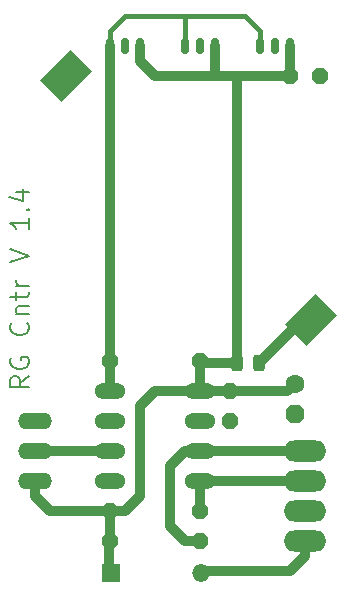
<source format=gbr>
%TF.GenerationSoftware,KiCad,Pcbnew,8.0.6*%
%TF.CreationDate,2025-07-11T22:44:48+02:00*%
%TF.ProjectId,PCF8583 1v4,50434638-3538-4332-9031-76342e6b6963,rev?*%
%TF.SameCoordinates,Original*%
%TF.FileFunction,Copper,L1,Top*%
%TF.FilePolarity,Positive*%
%FSLAX46Y46*%
G04 Gerber Fmt 4.6, Leading zero omitted, Abs format (unit mm)*
G04 Created by KiCad (PCBNEW 8.0.6) date 2025-07-11 22:44:48*
%MOMM*%
%LPD*%
G01*
G04 APERTURE LIST*
G04 Aperture macros list*
%AMRoundRect*
0 Rectangle with rounded corners*
0 $1 Rounding radius*
0 $2 $3 $4 $5 $6 $7 $8 $9 X,Y pos of 4 corners*
0 Add a 4 corners polygon primitive as box body*
4,1,4,$2,$3,$4,$5,$6,$7,$8,$9,$2,$3,0*
0 Add four circle primitives for the rounded corners*
1,1,$1+$1,$2,$3*
1,1,$1+$1,$4,$5*
1,1,$1+$1,$6,$7*
1,1,$1+$1,$8,$9*
0 Add four rect primitives between the rounded corners*
20,1,$1+$1,$2,$3,$4,$5,0*
20,1,$1+$1,$4,$5,$6,$7,0*
20,1,$1+$1,$6,$7,$8,$9,0*
20,1,$1+$1,$8,$9,$2,$3,0*%
%AMRotRect*
0 Rectangle, with rotation*
0 The origin of the aperture is its center*
0 $1 length*
0 $2 width*
0 $3 Rotation angle, in degrees counterclockwise*
0 Add horizontal line*
21,1,$1,$2,0,0,$3*%
%AMOutline5P*
0 Free polygon, 5 corners , with rotation*
0 The origin of the aperture is its center*
0 number of corners: always 5*
0 $1 to $10 corner X, Y*
0 $11 Rotation angle, in degrees counterclockwise*
0 create outline with 5 corners*
4,1,5,$1,$2,$3,$4,$5,$6,$7,$8,$9,$10,$1,$2,$11*%
%AMOutline6P*
0 Free polygon, 6 corners , with rotation*
0 The origin of the aperture is its center*
0 number of corners: always 6*
0 $1 to $12 corner X, Y*
0 $13 Rotation angle, in degrees counterclockwise*
0 create outline with 6 corners*
4,1,6,$1,$2,$3,$4,$5,$6,$7,$8,$9,$10,$11,$12,$1,$2,$13*%
%AMOutline7P*
0 Free polygon, 7 corners , with rotation*
0 The origin of the aperture is its center*
0 number of corners: always 7*
0 $1 to $14 corner X, Y*
0 $15 Rotation angle, in degrees counterclockwise*
0 create outline with 7 corners*
4,1,7,$1,$2,$3,$4,$5,$6,$7,$8,$9,$10,$11,$12,$13,$14,$1,$2,$15*%
%AMOutline8P*
0 Free polygon, 8 corners , with rotation*
0 The origin of the aperture is its center*
0 number of corners: always 8*
0 $1 to $16 corner X, Y*
0 $17 Rotation angle, in degrees counterclockwise*
0 create outline with 8 corners*
4,1,8,$1,$2,$3,$4,$5,$6,$7,$8,$9,$10,$11,$12,$13,$14,$15,$16,$1,$2,$17*%
G04 Aperture macros list end*
%ADD10C,0.142240*%
%TA.AperFunction,NonConductor*%
%ADD11C,0.142240*%
%TD*%
%TA.AperFunction,SMDPad,CuDef*%
%ADD12RotRect,2.600000X3.600000X315.000000*%
%TD*%
%TA.AperFunction,ComponentPad*%
%ADD13R,1.500000X1.500000*%
%TD*%
%TA.AperFunction,ComponentPad*%
%ADD14O,1.500000X1.500000*%
%TD*%
%TA.AperFunction,ComponentPad*%
%ADD15O,0.700000X1.400000*%
%TD*%
%TA.AperFunction,ComponentPad*%
%ADD16Outline8P,-0.660400X0.273547X-0.273547X0.660400X0.273547X0.660400X0.660400X0.273547X0.660400X-0.273547X0.273547X-0.660400X-0.273547X-0.660400X-0.660400X-0.273547X0.000000*%
%TD*%
%TA.AperFunction,ComponentPad*%
%ADD17Outline8P,-0.660400X0.273547X-0.273547X0.660400X0.273547X0.660400X0.660400X0.273547X0.660400X-0.273547X0.273547X-0.660400X-0.273547X-0.660400X-0.660400X-0.273547X180.000000*%
%TD*%
%TA.AperFunction,ComponentPad*%
%ADD18C,1.600200*%
%TD*%
%TA.AperFunction,ComponentPad*%
%ADD19Outline8P,-0.800100X0.331412X-0.331412X0.800100X0.331412X0.800100X0.800100X0.331412X0.800100X-0.331412X0.331412X-0.800100X-0.331412X-0.800100X-0.800100X-0.331412X270.000000*%
%TD*%
%TA.AperFunction,ComponentPad*%
%ADD20Outline8P,-0.660400X0.273547X-0.273547X0.660400X0.273547X0.660400X0.660400X0.273547X0.660400X-0.273547X0.273547X-0.660400X-0.273547X-0.660400X-0.660400X-0.273547X270.000000*%
%TD*%
%TA.AperFunction,ComponentPad*%
%ADD21O,2.641600X1.320800*%
%TD*%
%TA.AperFunction,SMDPad,CuDef*%
%ADD22RoundRect,0.243750X0.243750X0.456250X-0.243750X0.456250X-0.243750X-0.456250X0.243750X-0.456250X0*%
%TD*%
%TA.AperFunction,ComponentPad*%
%ADD23O,3.600000X1.800000*%
%TD*%
%TA.AperFunction,ComponentPad*%
%ADD24O,2.844800X1.422400*%
%TD*%
%TA.AperFunction,ViaPad*%
%ADD25C,0.600000*%
%TD*%
%TA.AperFunction,Conductor*%
%ADD26C,0.812800*%
%TD*%
%TA.AperFunction,Conductor*%
%ADD27C,0.200000*%
%TD*%
%TA.AperFunction,Conductor*%
%ADD28C,0.406400*%
%TD*%
G04 APERTURE END LIST*
D10*
D11*
X136792417Y-111332235D02*
X136013484Y-111877488D01*
X136792417Y-112266955D02*
X135156657Y-112266955D01*
X135156657Y-112266955D02*
X135156657Y-111643808D01*
X135156657Y-111643808D02*
X135234550Y-111488022D01*
X135234550Y-111488022D02*
X135312444Y-111410128D01*
X135312444Y-111410128D02*
X135468230Y-111332235D01*
X135468230Y-111332235D02*
X135701910Y-111332235D01*
X135701910Y-111332235D02*
X135857697Y-111410128D01*
X135857697Y-111410128D02*
X135935590Y-111488022D01*
X135935590Y-111488022D02*
X136013484Y-111643808D01*
X136013484Y-111643808D02*
X136013484Y-112266955D01*
X135234550Y-109774368D02*
X135156657Y-109930155D01*
X135156657Y-109930155D02*
X135156657Y-110163835D01*
X135156657Y-110163835D02*
X135234550Y-110397515D01*
X135234550Y-110397515D02*
X135390337Y-110553302D01*
X135390337Y-110553302D02*
X135546124Y-110631195D01*
X135546124Y-110631195D02*
X135857697Y-110709088D01*
X135857697Y-110709088D02*
X136091377Y-110709088D01*
X136091377Y-110709088D02*
X136402950Y-110631195D01*
X136402950Y-110631195D02*
X136558737Y-110553302D01*
X136558737Y-110553302D02*
X136714524Y-110397515D01*
X136714524Y-110397515D02*
X136792417Y-110163835D01*
X136792417Y-110163835D02*
X136792417Y-110008048D01*
X136792417Y-110008048D02*
X136714524Y-109774368D01*
X136714524Y-109774368D02*
X136636630Y-109696475D01*
X136636630Y-109696475D02*
X136091377Y-109696475D01*
X136091377Y-109696475D02*
X136091377Y-110008048D01*
X136636630Y-106814422D02*
X136714524Y-106892315D01*
X136714524Y-106892315D02*
X136792417Y-107125995D01*
X136792417Y-107125995D02*
X136792417Y-107281782D01*
X136792417Y-107281782D02*
X136714524Y-107515462D01*
X136714524Y-107515462D02*
X136558737Y-107671249D01*
X136558737Y-107671249D02*
X136402950Y-107749142D01*
X136402950Y-107749142D02*
X136091377Y-107827035D01*
X136091377Y-107827035D02*
X135857697Y-107827035D01*
X135857697Y-107827035D02*
X135546124Y-107749142D01*
X135546124Y-107749142D02*
X135390337Y-107671249D01*
X135390337Y-107671249D02*
X135234550Y-107515462D01*
X135234550Y-107515462D02*
X135156657Y-107281782D01*
X135156657Y-107281782D02*
X135156657Y-107125995D01*
X135156657Y-107125995D02*
X135234550Y-106892315D01*
X135234550Y-106892315D02*
X135312444Y-106814422D01*
X135701910Y-106113382D02*
X136792417Y-106113382D01*
X135857697Y-106113382D02*
X135779804Y-106035489D01*
X135779804Y-106035489D02*
X135701910Y-105879702D01*
X135701910Y-105879702D02*
X135701910Y-105646022D01*
X135701910Y-105646022D02*
X135779804Y-105490235D01*
X135779804Y-105490235D02*
X135935590Y-105412342D01*
X135935590Y-105412342D02*
X136792417Y-105412342D01*
X135701910Y-104867089D02*
X135701910Y-104243942D01*
X135156657Y-104633409D02*
X136558737Y-104633409D01*
X136558737Y-104633409D02*
X136714524Y-104555516D01*
X136714524Y-104555516D02*
X136792417Y-104399729D01*
X136792417Y-104399729D02*
X136792417Y-104243942D01*
X136792417Y-103698689D02*
X135701910Y-103698689D01*
X136013484Y-103698689D02*
X135857697Y-103620796D01*
X135857697Y-103620796D02*
X135779804Y-103542902D01*
X135779804Y-103542902D02*
X135701910Y-103387116D01*
X135701910Y-103387116D02*
X135701910Y-103231329D01*
X135156657Y-101673463D02*
X136792417Y-101128210D01*
X136792417Y-101128210D02*
X135156657Y-100582956D01*
X136792417Y-97934583D02*
X136792417Y-98869303D01*
X136792417Y-98401943D02*
X135156657Y-98401943D01*
X135156657Y-98401943D02*
X135390337Y-98557730D01*
X135390337Y-98557730D02*
X135546124Y-98713517D01*
X135546124Y-98713517D02*
X135624017Y-98869303D01*
X136636630Y-97233543D02*
X136714524Y-97155650D01*
X136714524Y-97155650D02*
X136792417Y-97233543D01*
X136792417Y-97233543D02*
X136714524Y-97311436D01*
X136714524Y-97311436D02*
X136636630Y-97233543D01*
X136636630Y-97233543D02*
X136792417Y-97233543D01*
X135701910Y-95753570D02*
X136792417Y-95753570D01*
X135078764Y-96143037D02*
X136247164Y-96532503D01*
X136247164Y-96532503D02*
X136247164Y-95519890D01*
D12*
%TO.P,CR2032,1*%
%TO.N,N/C*%
X160609114Y-106609114D03*
%TO.P,CR2032,2*%
%TO.N,GND*%
X139890886Y-85890886D03*
%TD*%
D13*
%TO.P,D1,1*%
%TO.N,VDD*%
X143685000Y-128000000D03*
D14*
%TO.P,D1,2*%
%TO.N,N$1*%
X151305000Y-128000000D03*
%TD*%
D15*
%TO.P,IC4,1*%
%TO.N,VDD*%
X158826100Y-83408600D03*
%TO.P,IC4,2*%
%TO.N,GND*%
X157556100Y-83408600D03*
%TO.P,IC4,3*%
%TO.N,CNT*%
X156286100Y-83408600D03*
%TD*%
D16*
%TO.P,R1,1*%
%TO.N,CNT*%
X143586100Y-110078600D03*
%TO.P,R1,2*%
%TO.N,VDD*%
X151206100Y-110078600D03*
%TD*%
D15*
%TO.P,IC3,1*%
%TO.N,VDD*%
X152476100Y-83408600D03*
%TO.P,IC3,2*%
%TO.N,GND*%
X151206100Y-83408600D03*
%TO.P,IC3,3*%
%TO.N,CNT*%
X149936100Y-83408600D03*
%TD*%
D16*
%TO.P,C2,1*%
%TO.N,VDD*%
X158826100Y-85948600D03*
%TO.P,C2,2*%
%TO.N,GND*%
X161366100Y-85948600D03*
%TD*%
D15*
%TO.P,IC2,1*%
%TO.N,VDD*%
X146126100Y-83408600D03*
%TO.P,IC2,2*%
%TO.N,GND*%
X144856100Y-83408600D03*
%TO.P,IC2,3*%
%TO.N,CNT*%
X143586100Y-83408600D03*
%TD*%
D17*
%TO.P,R2,1*%
%TO.N,SDA*%
X151206100Y-122778600D03*
%TO.P,R2,2*%
%TO.N,VDD*%
X143586100Y-122778600D03*
%TD*%
D18*
%TO.P,C3,+*%
%TO.N,VDD*%
X159250000Y-111980000D03*
D19*
%TO.P,C3,-*%
%TO.N,GND*%
X159250000Y-114520000D03*
%TD*%
D17*
%TO.P,R3,1*%
%TO.N,SCL*%
X151206100Y-125318600D03*
%TO.P,R3,2*%
%TO.N,VDD*%
X143586100Y-125318600D03*
%TD*%
D20*
%TO.P,C1,1*%
%TO.N,VDD*%
X153746100Y-112618600D03*
%TO.P,C1,2*%
%TO.N,GND*%
X153746100Y-115158600D03*
%TD*%
D21*
%TO.P,IC1,1*%
%TO.N,CNT*%
X143586100Y-112618600D03*
%TO.P,IC1,2*%
%TO.N,N/C*%
X143586100Y-115158600D03*
%TO.P,IC1,3*%
%TO.N,N$2*%
X143586100Y-117698600D03*
%TO.P,IC1,4*%
%TO.N,GND*%
X143586100Y-120238600D03*
%TO.P,IC1,5*%
%TO.N,SDA*%
X151206100Y-120238600D03*
%TO.P,IC1,6*%
%TO.N,SCL*%
X151206100Y-117698600D03*
%TO.P,IC1,7*%
%TO.N,N/C*%
X151206100Y-115158600D03*
%TO.P,IC1,8*%
%TO.N,VDD*%
X151206100Y-112618600D03*
%TD*%
D22*
%TO.P,D2,2*%
%TO.N,VDD*%
X154375000Y-110250000D03*
%TO.P,D2,1*%
%TO.N,N/C*%
X156250000Y-110250000D03*
%TD*%
D23*
%TO.P,X2,1*%
%TO.N,SCL*%
X160096100Y-117698600D03*
%TO.P,X2,2*%
%TO.N,SDA*%
X160096100Y-120238600D03*
%TO.P,X2,3*%
%TO.N,GND*%
X160096100Y-122778600D03*
%TO.P,X2,4*%
%TO.N,N$1*%
X160096100Y-125318600D03*
%TD*%
D24*
%TO.P,J2,1*%
%TO.N,GND*%
X137236100Y-115158600D03*
%TO.P,J2,2*%
%TO.N,N$2*%
X137236100Y-117698600D03*
%TO.P,J2,3*%
%TO.N,VDD*%
X137236100Y-120238600D03*
%TD*%
D25*
%TO.N,GND*%
X139500000Y-86750000D03*
X139500000Y-85500000D03*
X140750000Y-85500000D03*
%TD*%
D26*
%TO.N,*%
X156250000Y-110250000D02*
X159890886Y-106609114D01*
D27*
X159890886Y-106609114D02*
X160609114Y-106609114D01*
D26*
%TO.N,VDD*%
X152476100Y-85948600D02*
X154250000Y-85948600D01*
D27*
X154375000Y-86073600D02*
X154250000Y-85948600D01*
D26*
X154375000Y-110250000D02*
X154375000Y-86073600D01*
X154375000Y-110250000D02*
X151377500Y-110250000D01*
D27*
X151377500Y-110250000D02*
X151206100Y-110078600D01*
D26*
X153746100Y-112618600D02*
X158611400Y-112618600D01*
X158611400Y-112618600D02*
X159250000Y-111980000D01*
X147396100Y-85948600D02*
X152476100Y-85948600D01*
X154250000Y-85948600D02*
X158826100Y-85948600D01*
%TO.N,SDA*%
X151206100Y-120238600D02*
X160096100Y-120238600D01*
X151206100Y-120238600D02*
X151206100Y-122778600D01*
%TO.N,VDD*%
X151206100Y-110078600D02*
X151206100Y-112618600D01*
X146126100Y-84678600D02*
X147396100Y-85948600D01*
X151206100Y-112618600D02*
X147396100Y-112618600D01*
X151206100Y-112618600D02*
X153746100Y-112618600D01*
X146126100Y-121508600D02*
X144856100Y-122778600D01*
X144856100Y-122778600D02*
X143586100Y-122778600D01*
X143586100Y-125318600D02*
X143586100Y-122778600D01*
X143500000Y-125318600D02*
X143500000Y-127858600D01*
X147396100Y-112618600D02*
X146126100Y-113888600D01*
X146126100Y-113888600D02*
X146126100Y-121508600D01*
X158826100Y-83408600D02*
X158826100Y-85948600D01*
X146126100Y-83408600D02*
X146126100Y-84678600D01*
X137236100Y-121508600D02*
X138506100Y-122778600D01*
X152476100Y-83408600D02*
X152476100Y-85948600D01*
X137236100Y-120238600D02*
X137236100Y-121508600D01*
X138506100Y-122778600D02*
X143586100Y-122778600D01*
%TO.N,CNT*%
X143586100Y-110078600D02*
X143586100Y-112618600D01*
X143586100Y-83408600D02*
X143586100Y-110078600D01*
D28*
X144856100Y-80868600D02*
X149936100Y-80868600D01*
X156286100Y-83408600D02*
X156286100Y-82138600D01*
X149936100Y-80868600D02*
X149936100Y-83408600D01*
X156286100Y-82138600D02*
X155016100Y-80868600D01*
X155016100Y-80868600D02*
X149936100Y-80868600D01*
X143586100Y-83408600D02*
X143586100Y-82138600D01*
X143586100Y-82138600D02*
X144856100Y-80868600D01*
D26*
%TO.N,N$2*%
X143586100Y-117698600D02*
X137236100Y-117698600D01*
%TO.N,SCL*%
X151206100Y-117698600D02*
X160096100Y-117698600D01*
X148666100Y-118968600D02*
X148666100Y-124048600D01*
X149936100Y-117698600D02*
X148666100Y-118968600D01*
X148666100Y-124048600D02*
X149936100Y-125318600D01*
X151206100Y-117698600D02*
X149936100Y-117698600D01*
X149936100Y-125318600D02*
X151206100Y-125318600D01*
%TO.N,N$1*%
X158826100Y-127858600D02*
X160096100Y-126588600D01*
X151206100Y-127858600D02*
X158826100Y-127858600D01*
X160096100Y-126588600D02*
X160096100Y-125318600D01*
%TD*%
M02*

</source>
